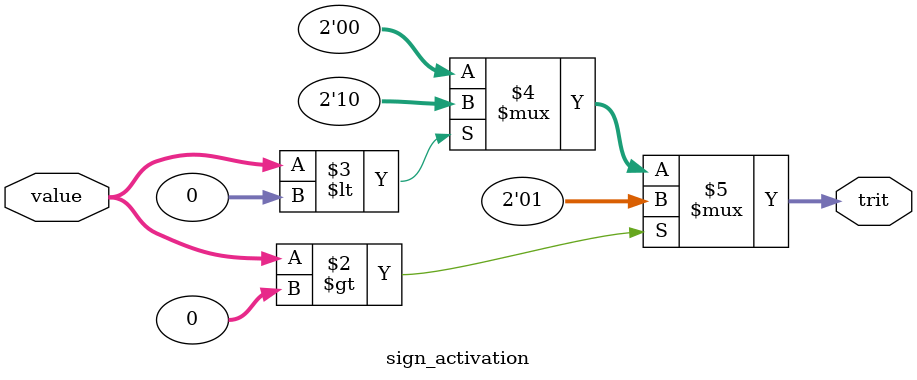
<source format=v>

`timescale 1ns / 1ps


`define TRIT_ZERO 2'b00
`define TRIT_POS  2'b01
`define TRIT_NEG  2'b10

// ═══════════════════════════════════════════════════════════════════════════════
// BITNET MAC UNIT
// ═══════════════════════════════════════════════════════════════════════════════
// Processes 256 ternary weights × 256 ternary activations per cycle
//
// Key insight: BitNet uses {-1, 0, +1} weights, which maps perfectly
// to balanced ternary. No actual multiplication needed - just sign selection!
//
// Pipeline:
//   Stage 1: Element-wise "multiply" (XOR signs, AND non-zero)
//   Stage 2: Popcount reduction (tree)
//   Stage 3: Accumulate
//   Stage 4: Output
//
// Total: 4 cycles latency, 1 cycle throughput (pipelined)

module bitnet_mac (
    input  wire        clk,
    input  wire        rst_n,
    
    // Control
    input  wire        enable,
    input  wire        clear,
    
    // Data
    input  wire [511:0] weights,      // 256 trits = 512 bits
    input  wire [511:0] activations,  // 256 trits = 512 bits
    
    // Output
    output reg  signed [31:0] accumulator,
    output reg         valid,
    output reg         overflow
);

    // ═══════════════════════════════════════════════════════════════════════════
    // STAGE 1: Parallel Element-wise Multiply
    // ═══════════════════════════════════════════════════════════════════════════
    // For each element i:
    //   W[i] ∈ {-1, 0, +1}
    //   A[i] ∈ {-1, 0, +1}
    //   product = W[i] * A[i] ∈ {-1, 0, +1}
    //
    // No actual multiplication needed!
    // Just XOR the sign bits, AND with non-zero mask
    
    wire [255:0] w_pos, w_neg, w_zero;
    wire [255:0] a_pos, a_neg, a_zero;
    wire [255:0] prod_pos, prod_neg;
    
    genvar i;
    generate
        for (i = 0; i < 256; i = i + 1) begin : extract_gen
            // Extract weight bits
            assign w_pos[i]  = weights[i*2];
            assign w_neg[i]  = weights[i*2+1];
            assign w_zero[i] = ~w_pos[i] & ~w_neg[i];
            
            // Extract activation bits
            assign a_pos[i]  = activations[i*2];
            assign a_neg[i]  = activations[i*2+1];
            assign a_zero[i] = ~a_pos[i] & ~a_neg[i];
            
            // Compute product (no actual multiply!)
            // Positive result: (pos * pos) or (neg * neg)
            // Negative result: (pos * neg) or (neg * pos)
            wire zero_mask = w_zero[i] | a_zero[i];
            assign prod_pos[i] = ((w_pos[i] & a_pos[i]) | (w_neg[i] & a_neg[i])) & ~zero_mask;
            assign prod_neg[i] = ((w_pos[i] & a_neg[i]) | (w_neg[i] & a_pos[i])) & ~zero_mask;
        end
    endgenerate
    
    // Pipeline register for stage 1
    reg [255:0] prod_pos_r1, prod_neg_r1;
    reg enable_r1;
    
    always @(posedge clk or negedge rst_n) begin
        if (!rst_n) begin
            prod_pos_r1 <= 0;
            prod_neg_r1 <= 0;
            enable_r1 <= 0;
        end else begin
            prod_pos_r1 <= prod_pos;
            prod_neg_r1 <= prod_neg;
            enable_r1 <= enable;
        end
    end
    
    // ═══════════════════════════════════════════════════════════════════════════
    // STAGE 2: Popcount Reduction
    // ═══════════════════════════════════════════════════════════════════════════
    // Count positive and negative products separately
    // Result = pos_count - neg_count
    
    // Popcount tree for 256 bits
    function [8:0] popcount256;
        input [255:0] bits;
        integer j;
        begin
            popcount256 = 0;
            for (j = 0; j < 256; j = j + 1) begin
                popcount256 = popcount256 + bits[j];
            end
        end
    endfunction
    
    wire [8:0] pos_count = popcount256(prod_pos_r1);
    wire [8:0] neg_count = popcount256(prod_neg_r1);
    
    // Pipeline register for stage 2
    reg [8:0] pos_count_r2, neg_count_r2;
    reg enable_r2;
    
    always @(posedge clk or negedge rst_n) begin
        if (!rst_n) begin
            pos_count_r2 <= 0;
            neg_count_r2 <= 0;
            enable_r2 <= 0;
        end else begin
            pos_count_r2 <= pos_count;
            neg_count_r2 <= neg_count;
            enable_r2 <= enable_r1;
        end
    end
    
    // ═══════════════════════════════════════════════════════════════════════════
    // STAGE 3: Compute Dot Product
    // ═══════════════════════════════════════════════════════════════════════════
    
    wire signed [9:0] dot_product = $signed({1'b0, pos_count_r2}) - $signed({1'b0, neg_count_r2});
    
    reg signed [9:0] dot_product_r3;
    reg enable_r3;
    
    always @(posedge clk or negedge rst_n) begin
        if (!rst_n) begin
            dot_product_r3 <= 0;
            enable_r3 <= 0;
        end else begin
            dot_product_r3 <= dot_product;
            enable_r3 <= enable_r2;
        end
    end
    
    // ═══════════════════════════════════════════════════════════════════════════
    // STAGE 4: Accumulate with Saturation
    // ═══════════════════════════════════════════════════════════════════════════
    
    localparam signed [31:0] MAX_VAL = 32'h7FFFFFFF;
    localparam signed [31:0] MIN_VAL = 32'h80000000;
    
    wire signed [32:0] acc_next = $signed({accumulator[31], accumulator}) + $signed({{23{dot_product_r3[9]}}, dot_product_r3});
    wire overflow_pos = (acc_next > $signed({1'b0, MAX_VAL}));
    wire overflow_neg = (acc_next < $signed({1'b1, MIN_VAL[30:0], 1'b0}));
    
    always @(posedge clk or negedge rst_n) begin
        if (!rst_n) begin
            accumulator <= 0;
            valid <= 0;
            overflow <= 0;
        end else if (clear) begin
            accumulator <= 0;
            valid <= 0;
            overflow <= 0;
        end else if (enable_r3) begin
            // Saturating accumulation
            if (overflow_pos) begin
                accumulator <= MAX_VAL;
                overflow <= 1;
            end else if (overflow_neg) begin
                accumulator <= MIN_VAL;
                overflow <= 1;
            end else begin
                accumulator <= acc_next[31:0];
            end
            valid <= 1;
        end else begin
            valid <= 0;
        end
    end

endmodule

// ═══════════════════════════════════════════════════════════════════════════════
// MAC ARRAY - 16 PARALLEL MAC UNITS
// ═══════════════════════════════════════════════════════════════════════════════
// Total throughput: 16 × 256 = 4096 MACs per cycle
// At 100MHz: 409.6 GMAC/s

module bitnet_mac_array #(
    parameter NUM_UNITS = 16
)(
    input  wire        clk,
    input  wire        rst_n,
    
    // Control
    input  wire [NUM_UNITS-1:0] enable,
    input  wire [NUM_UNITS-1:0] clear,
    
    // Weight broadcast (shared across all units)
    input  wire [511:0] weights,
    
    // Per-unit activations
    input  wire [NUM_UNITS*512-1:0] activations,
    
    // Per-unit outputs
    output wire [NUM_UNITS*32-1:0] accumulators,
    output wire [NUM_UNITS-1:0] valid,
    output wire [NUM_UNITS-1:0] overflow
);

    genvar i;
    generate
        for (i = 0; i < NUM_UNITS; i = i + 1) begin : mac_gen
            bitnet_mac mac_inst (
                .clk(clk),
                .rst_n(rst_n),
                .enable(enable[i]),
                .clear(clear[i]),
                .weights(weights),
                .activations(activations[(i+1)*512-1:i*512]),
                .accumulator(accumulators[(i+1)*32-1:i*32]),
                .valid(valid[i]),
                .overflow(overflow[i])
            );
        end
    endgenerate

endmodule

// ═══════════════════════════════════════════════════════════════════════════════
// SIGN ACTIVATION FUNCTION
// ═══════════════════════════════════════════════════════════════════════════════
// BitNet uses sign activation: output = sign(input)
// Maps continuous value back to trit {-1, 0, +1}

module sign_activation (
    input  wire signed [31:0] value,
    output wire [1:0] trit
);
    assign trit = (value > 0) ? `TRIT_POS :
                  (value < 0) ? `TRIT_NEG : `TRIT_ZERO;
endmodule

// ═══════════════════════════════════════════════════════════════════════════════
// TESTBENCH
// ═══════════════════════════════════════════════════════════════════════════════

`ifdef TESTBENCH
module bitnet_mac_tb;
    reg clk;
    reg rst_n;
    reg enable;
    reg clear;
    reg [511:0] weights;
    reg [511:0] activations;
    wire signed [31:0] accumulator;
    wire valid;
    wire overflow;
    
    bitnet_mac dut (
        .clk(clk),
        .rst_n(rst_n),
        .enable(enable),
        .clear(clear),
        .weights(weights),
        .activations(activations),
        .accumulator(accumulator),
        .valid(valid),
        .overflow(overflow)
    );
    
    // Clock generation
    initial clk = 0;
    always #5 clk = ~clk;
    
    // Test sequence
    initial begin
        $display("═══════════════════════════════════════════════════════════════");
        $display("BITNET MAC TESTBENCH - φ² + 1/φ² = 3");
        $display("═══════════════════════════════════════════════════════════════");
        
        rst_n = 0;
        enable = 0;
        clear = 0;
        weights = 0;
        activations = 0;
        
        #20 rst_n = 1;
        
        // Test 1: All +1 weights and activations
        $display("\n--- Test 1: All +1 × All +1 ---");
        clear = 1;
        #10 clear = 0;
        
        weights = {256{`TRIT_POS}};
        activations = {256{`TRIT_POS}};
        enable = 1;
        #10 enable = 0;
        
        // Wait for pipeline
        #50;
        $display("Accumulator = %d (expected 256)", accumulator);
        
        // Test 2: All +1 weights, All -1 activations
        $display("\n--- Test 2: All +1 × All -1 ---");
        clear = 1;
        #10 clear = 0;
        
        weights = {256{`TRIT_POS}};
        activations = {256{`TRIT_NEG}};
        enable = 1;
        #10 enable = 0;
        
        #50;
        $display("Accumulator = %d (expected -256)", accumulator);
        
        // Test 3: Accumulation over multiple cycles
        $display("\n--- Test 3: Accumulation (4 × 256) ---");
        clear = 1;
        #10 clear = 0;
        
        weights = {256{`TRIT_POS}};
        activations = {256{`TRIT_POS}};
        
        repeat(4) begin
            enable = 1;
            #10 enable = 0;
            #40;
        end
        
        $display("Accumulator = %d (expected 1024)", accumulator);
        
        // Test 4: Zero weights
        $display("\n--- Test 4: Zero weights ---");
        clear = 1;
        #10 clear = 0;
        
        weights = {256{`TRIT_ZERO}};
        activations = {256{`TRIT_POS}};
        enable = 1;
        #10 enable = 0;
        
        #50;
        $display("Accumulator = %d (expected 0)", accumulator);
        
        $display("\n═══════════════════════════════════════════════════════════════");
        $display("TESTBENCH COMPLETE");
        $display("═══════════════════════════════════════════════════════════════");
        
        #100 $finish;
    end

endmodule
`endif

</source>
